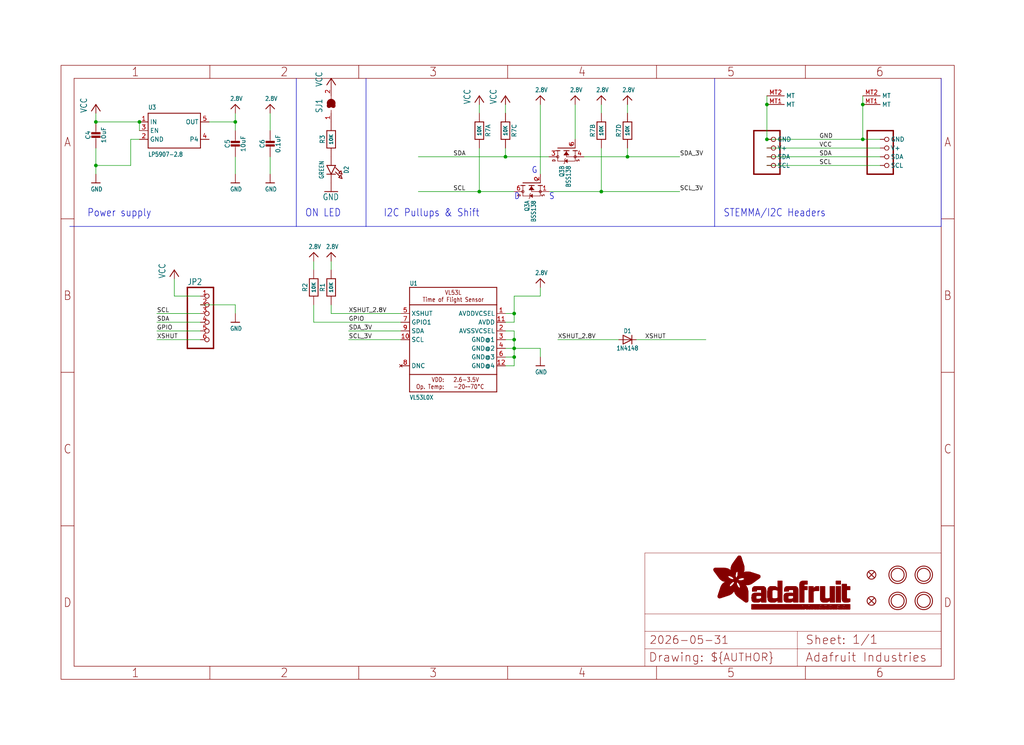
<source format=kicad_sch>
(kicad_sch (version 20230121) (generator eeschema)
  (paper "User" 298.45 217.322)
  (lib_symbols
    (symbol "working-eagle-import:2.8V" (power)
      (property "Value" "2.8V" (at -1.524 1.016 0))
      (symbol "2.8V_1_0"
        (pin power_in line (at 0 -2.54 90) (length 2.54) (name "2.8V") (number "1"))
      )
    )
    (symbol "working-eagle-import:CAP_CERAMIC0603_NO"
      (property "Reference" "C" (at -2.29 1.25 90))
      (symbol "CAP_CERAMIC0603_NO_1_0"
        (pin passive line (at 0 5.08 270) (length 2.54) (name "1") (number "1"))
        (pin passive line (at 0 -2.54 90) (length 2.54) (name "2") (number "2"))
      )
    )
    (symbol "working-eagle-import:CAP_CERAMIC0805-NOOUTLINE"
      (property "Reference" "C" (at -2.29 1.25 90))
      (symbol "CAP_CERAMIC0805-NOOUTLINE_1_0"
        (pin passive line (at 0 5.08 270) (length 2.54) (name "1") (number "1"))
        (pin passive line (at 0 -2.54 90) (length 2.54) (name "2") (number "2"))
      )
    )
    (symbol "working-eagle-import:DIODESOD-323"
      (property "Reference" "D" (at 0 2.54 0))
      (symbol "DIODESOD-323_1_0"
        (pin passive line (at -2.54 0 0) (length 2.54) (name "A") (number "A"))
        (pin passive line (at 2.54 0 180) (length 2.54) (name "C") (number "C"))
      )
    )
    (symbol "working-eagle-import:FIDUCIAL_1MM")
    (symbol "working-eagle-import:FRAME_A4_ADAFRUIT"
      (symbol "FRAME_A4_ADAFRUIT_1_0"
        (text "${#}/${##}" (at 230.505 10.16 0) (effects (font (size 2.54 2.54)) (justify left bottom)))
        (text "${AUTHOR}" (at 189.23 5.08 0) (effects (font (size 2.286 2.286)) (justify left bottom)))
        (text "${CURRENT_DATE}" (at 171.45 10.16 0) (effects (font (size 2.286 2.286)) (justify left bottom)))
        (text "${PROJECTNAME}" (at 171.45 15.24 0) (effects (font (size 2.54 2.54)) (justify left bottom)))
        (text "1" (at 21.6958 1.905 0) (effects (font (size 2.54 2.286))))
        (text "1" (at 21.6958 177.165 0) (effects (font (size 2.54 2.286))))
        (text "2" (at 65.0875 1.905 0) (effects (font (size 2.54 2.286))))
        (text "2" (at 65.0875 177.165 0) (effects (font (size 2.54 2.286))))
        (text "3" (at 108.4792 1.905 0) (effects (font (size 2.54 2.286))))
        (text "3" (at 108.4792 177.165 0) (effects (font (size 2.54 2.286))))
        (text "4" (at 151.8708 1.905 0) (effects (font (size 2.54 2.286))))
        (text "4" (at 151.8708 177.165 0) (effects (font (size 2.54 2.286))))
        (text "5" (at 195.2625 1.905 0) (effects (font (size 2.54 2.286))))
        (text "5" (at 195.2625 177.165 0) (effects (font (size 2.54 2.286))))
        (text "6" (at 238.6542 1.905 0) (effects (font (size 2.54 2.286))))
        (text "6" (at 238.6542 177.165 0) (effects (font (size 2.54 2.286))))
        (text "A" (at 1.905 156.6863 0) (effects (font (size 2.54 2.286))))
        (text "A" (at 258.445 156.6863 0) (effects (font (size 2.54 2.286))))
        (text "Adafruit Industries" (at 216.916 4.953 0) (effects (font (size 2.54 2.54)) (justify left bottom)))
        (text "B" (at 1.905 111.9188 0) (effects (font (size 2.54 2.286))))
        (text "B" (at 258.445 111.9188 0) (effects (font (size 2.54 2.286))))
        (text "C" (at 1.905 67.1513 0) (effects (font (size 2.54 2.286))))
        (text "C" (at 258.445 67.1513 0) (effects (font (size 2.54 2.286))))
        (text "D" (at 1.905 22.3838 0) (effects (font (size 2.54 2.286))))
        (text "D" (at 258.445 22.3838 0) (effects (font (size 2.54 2.286))))
        (text "Drawing:" (at 171.196 4.953 0) (effects (font (size 2.54 2.54)) (justify left bottom)))
        (text "Sheet:" (at 216.916 10.033 0) (effects (font (size 2.54 2.54)) (justify left bottom)))
      )
    )
    (symbol "working-eagle-import:GND" (power)
      (property "Value" "GND" (at -1.524 -2.54 0))
      (symbol "GND_1_0"
        (pin power_in line (at 0 2.54 270) (length 2.54) (name "GND") (number "1"))
      )
    )
    (symbol "working-eagle-import:HEADER-1X670MIL"
      (property "Reference" "JP" (at -6.35 10.795 0))
      (symbol "HEADER-1X670MIL_1_0"
        (pin passive inverted (at -2.54 7.62 0) (length 2.54) (name "1") (number "1"))
        (pin passive inverted (at -2.54 5.08 0) (length 2.54) (name "2") (number "2"))
        (pin passive inverted (at -2.54 2.54 0) (length 2.54) (name "3") (number "3"))
        (pin passive inverted (at -2.54 0 0) (length 2.54) (name "4") (number "4"))
        (pin passive inverted (at -2.54 -2.54 0) (length 2.54) (name "5") (number "5"))
        (pin passive inverted (at -2.54 -5.08 0) (length 2.54) (name "6") (number "6"))
      )
    )
    (symbol "working-eagle-import:LED0603_NOOUTLINE"
      (property "Reference" "D" (at -1.27 4.445 0))
      (symbol "LED0603_NOOUTLINE_1_0"
        (pin passive line (at -5.08 0 0) (length 2.54) (name "A") (number "A"))
        (pin passive line (at 2.54 0 180) (length 2.54) (name "C") (number "C"))
      )
    )
    (symbol "working-eagle-import:MOSFET-N_DUAL"
      (property "Reference" "Q" (at 5.08 0.635 0))
      (symbol "MOSFET-N_DUAL_1_0"
        (text "D" (at 3.175 3.175 0) (effects (font (size 0.8128 0.6908)) (justify left bottom)))
        (text "G" (at -1.27 -1.905 0) (effects (font (size 0.8128 0.6908)) (justify left bottom)))
        (text "S" (at 3.175 -3.81 0) (effects (font (size 0.8128 0.6908)) (justify left bottom)))
        (pin bidirectional line (at 2.54 -5.08 90) (length 2.54) (name "S") (number "1"))
        (pin bidirectional line (at -2.54 -2.54 0) (length 2.54) (name "G") (number "2"))
        (pin bidirectional line (at 2.54 5.08 270) (length 2.54) (name "D") (number "6"))
      )
      (symbol "MOSFET-N_DUAL_2_0"
        (text "D" (at 3.175 3.175 0) (effects (font (size 0.8128 0.6908)) (justify left bottom)))
        (text "G" (at -1.27 -1.905 0) (effects (font (size 0.8128 0.6908)) (justify left bottom)))
        (text "S" (at 3.175 -3.81 0) (effects (font (size 0.8128 0.6908)) (justify left bottom)))
        (pin bidirectional line (at 2.54 5.08 270) (length 2.54) (name "D") (number "3"))
        (pin bidirectional line (at 2.54 -5.08 90) (length 2.54) (name "S") (number "4"))
        (pin bidirectional line (at -2.54 -2.54 0) (length 2.54) (name "G") (number "5"))
      )
    )
    (symbol "working-eagle-import:MOUNTINGHOLE2.5")
    (symbol "working-eagle-import:RESISTOR_0603_NOOUT"
      (property "Reference" "R" (at 0 2.54 0))
      (symbol "RESISTOR_0603_NOOUT_1_0"
        (pin passive line (at -5.08 0 0) (length 2.54) (name "1") (number "1"))
        (pin passive line (at 5.08 0 180) (length 2.54) (name "2") (number "2"))
      )
    )
    (symbol "working-eagle-import:RESISTOR_4PACK"
      (property "Reference" "R" (at 0 2.54 0))
      (symbol "RESISTOR_4PACK_1_0"
        (pin passive line (at -5.08 0 0) (length 2.54) (name "1") (number "1"))
        (pin passive line (at 5.08 0 180) (length 2.54) (name "2") (number "8"))
      )
      (symbol "RESISTOR_4PACK_2_0"
        (pin passive line (at -5.08 0 0) (length 2.54) (name "1") (number "2"))
        (pin passive line (at 5.08 0 180) (length 2.54) (name "2") (number "7"))
      )
      (symbol "RESISTOR_4PACK_3_0"
        (pin passive line (at -5.08 0 0) (length 2.54) (name "1") (number "3"))
        (pin passive line (at 5.08 0 180) (length 2.54) (name "2") (number "6"))
      )
      (symbol "RESISTOR_4PACK_4_0"
        (pin passive line (at -5.08 0 0) (length 2.54) (name "1") (number "4"))
        (pin passive line (at 5.08 0 180) (length 2.54) (name "2") (number "5"))
      )
    )
    (symbol "working-eagle-import:SOLDERJUMPER_CLOSED"
      (property "Reference" "SJ" (at -2.54 2.54 0))
      (symbol "SOLDERJUMPER_CLOSED_1_0"
        (pin passive line (at -5.08 0 0) (length 2.54) (name "1") (number "1"))
        (pin passive line (at 5.08 0 180) (length 2.54) (name "2") (number "2"))
      )
    )
    (symbol "working-eagle-import:STEMMA_I2C_QT"
      (symbol "STEMMA_I2C_QT_1_0"
        (pin passive inverted (at 0 5.08 0) (length 2.54) (name "GND") (number "1"))
        (pin passive inverted (at 0 2.54 0) (length 2.54) (name "V+") (number "2"))
        (pin passive inverted (at 0 0 0) (length 2.54) (name "SDA") (number "3"))
        (pin passive inverted (at 0 -2.54 0) (length 2.54) (name "SCL") (number "4"))
      )
      (symbol "STEMMA_I2C_QT_2_0"
        (pin bidirectional line (at 0 0 0) (length 5.08) (name "MT") (number "MT1"))
      )
      (symbol "STEMMA_I2C_QT_3_0"
        (pin bidirectional line (at 0 0 0) (length 5.08) (name "MT") (number "MT2"))
      )
    )
    (symbol "working-eagle-import:VCC" (power)
      (property "Value" "VCC" (at -2.54 -2.54 90))
      (symbol "VCC_1_0"
        (pin power_in line (at 0 -2.54 90) (length 2.54) (name "VCC") (number "1"))
      )
    )
    (symbol "working-eagle-import:VL53L0X"
      (property "Reference" "U" (at -12.7 15.7226 0))
      (symbol "VL53L0X_1_0"
        (text "2.6-3.5V\n-20~~70°C" (at 0 -12.7 0) (effects (font (size 1.27 1.0795)) (justify left)))
        (text "VDD:\nOp. Temp:" (at -2.54 -12.7 0) (effects (font (size 1.27 1.0795)) (justify right)))
        (text "VL53L\nTime of Flight Sensor" (at 0 12.7 0) (effects (font (size 1.27 1.0795))))
        (pin power_in line (at 15.24 7.62 180) (length 2.54) (name "AVDDVCSEL") (number "1"))
        (pin open_collector line (at -15.24 0 0) (length 2.54) (name "SCL") (number "10"))
        (pin power_in line (at 15.24 5.08 180) (length 2.54) (name "AVDD") (number "11"))
        (pin power_in line (at 15.24 -7.62 180) (length 2.54) (name "GND@4") (number "12"))
        (pin power_in line (at 15.24 2.54 180) (length 2.54) (name "AVSSVCSEL") (number "2"))
        (pin power_in line (at 15.24 0 180) (length 2.54) (name "GND@1") (number "3"))
        (pin power_in line (at 15.24 -2.54 180) (length 2.54) (name "GND@2") (number "4"))
        (pin input line (at -15.24 7.62 0) (length 2.54) (name "XSHUT") (number "5"))
        (pin power_in line (at 15.24 -5.08 180) (length 2.54) (name "GND@3") (number "6"))
        (pin output line (at -15.24 5.08 0) (length 2.54) (name "GPIO1") (number "7"))
        (pin no_connect line (at -15.24 -7.62 0) (length 2.54) (name "DNC") (number "8"))
        (pin open_collector line (at -15.24 2.54 0) (length 2.54) (name "SDA") (number "9"))
      )
    )
    (symbol "working-eagle-import:VREG_SOT23-5"
      (property "Reference" "U" (at -7.62 6.096 0))
      (symbol "VREG_SOT23-5_1_0"
        (pin power_in line (at -10.16 2.54 0) (length 2.54) (name "IN") (number "1"))
        (pin power_in line (at -10.16 -2.54 0) (length 2.54) (name "GND") (number "2"))
        (pin input line (at -10.16 0 0) (length 2.54) (name "EN") (number "3"))
        (pin bidirectional line (at 10.16 -2.54 180) (length 2.54) (name "P4") (number "4"))
        (pin power_in line (at 10.16 2.54 180) (length 2.54) (name "OUT") (number "5"))
      )
    )
    (symbol "working-eagle-import:supply1_GND" (power)
      (property "Value" "supply1_GND" (at -2.54 -2.54 0))
      (symbol "supply1_GND_1_0"
        (pin power_in line (at 0 2.54 270) (length 2.54) (name "GND") (number "1"))
      )
    )
  )
  (junction (at 182.88 45.72))
  (junction (at 27.94 48.26))
  (junction (at 251.46 40.64))
  (junction (at 149.86 91.44))
  (junction (at 251.46 30.48))
  (junction (at 149.86 99.06))
  (junction (at 223.52 40.64))
  (junction (at 139.7 55.88))
  (junction (at 175.26 55.88))
  (junction (at 149.86 104.14))
  (junction (at 149.86 101.6))
  (junction (at 223.52 30.48))
  (junction (at 27.94 35.56))
  (junction (at 147.32 45.72))
  (junction (at 68.58 35.56))
  (junction (at 40.64 35.56))
  (wire (pts (xy 27.94 48.26) (xy 27.94 50.8)) (stroke (width 0.1524)))
  (wire (pts (xy 157.48 101.6) (xy 157.48 104.14)) (stroke (width 0.1524)))
  (wire (pts (xy 149.86 99.06) (xy 149.86 101.6)) (stroke (width 0.1524)))
  (wire (pts (xy 147.32 96.52) (xy 149.86 96.52)) (stroke (width 0.1524)))
  (wire (pts (xy 149.86 104.14) (xy 149.86 101.6)) (stroke (width 0.1524)))
  (wire (pts (xy 147.32 43.18) (xy 147.32 45.72)) (stroke (width 0.1524)))
  (wire (pts (xy 116.84 96.52) (xy 101.6 96.52)) (stroke (width 0.1524)))
  (wire (pts (xy 149.86 55.88) (xy 139.7 55.88)) (stroke (width 0.1524)))
  (wire (pts (xy 58.42 99.06) (xy 45.72 99.06)) (stroke (width 0.1524)))
  (wire (pts (xy 147.32 45.72) (xy 121.92 45.72)) (stroke (width 0.1524)))
  (wire (pts (xy 139.7 30.48) (xy 139.7 33.02)) (stroke (width 0.1524)))
  (polyline (pts (xy 86.36 22.86) (xy 86.36 66.04)) (stroke (width 0.1524) (type solid)))
  (wire (pts (xy 167.64 40.64) (xy 167.64 30.48)) (stroke (width 0.1524)))
  (wire (pts (xy 175.26 43.18) (xy 175.26 55.88)) (stroke (width 0.1524)))
  (wire (pts (xy 147.32 91.44) (xy 149.86 91.44)) (stroke (width 0.1524)))
  (wire (pts (xy 27.94 33.02) (xy 27.94 35.56)) (stroke (width 0.1524)))
  (wire (pts (xy 91.44 93.98) (xy 91.44 88.9)) (stroke (width 0.1524)))
  (wire (pts (xy 139.7 55.88) (xy 121.92 55.88)) (stroke (width 0.1524)))
  (wire (pts (xy 251.46 30.48) (xy 251.46 40.64)) (stroke (width 0.1524)))
  (wire (pts (xy 78.74 33.02) (xy 78.74 38.1)) (stroke (width 0.1524)))
  (wire (pts (xy 223.52 27.94) (xy 223.52 30.48)) (stroke (width 0.1524)))
  (polyline (pts (xy 208.28 66.04) (xy 274.32 66.04)) (stroke (width 0.1524) (type solid)))
  (wire (pts (xy 60.96 35.56) (xy 68.58 35.56)) (stroke (width 0.1524)))
  (wire (pts (xy 175.26 33.02) (xy 175.26 30.48)) (stroke (width 0.1524)))
  (wire (pts (xy 38.1 40.64) (xy 38.1 48.26)) (stroke (width 0.1524)))
  (polyline (pts (xy 106.68 22.86) (xy 106.68 66.04)) (stroke (width 0.1524) (type solid)))
  (wire (pts (xy 223.52 43.18) (xy 256.54 43.18)) (stroke (width 0.1524)))
  (wire (pts (xy 139.7 43.18) (xy 139.7 55.88)) (stroke (width 0.1524)))
  (wire (pts (xy 149.86 96.52) (xy 149.86 99.06)) (stroke (width 0.1524)))
  (wire (pts (xy 96.52 91.44) (xy 96.52 88.9)) (stroke (width 0.1524)))
  (wire (pts (xy 160.02 55.88) (xy 175.26 55.88)) (stroke (width 0.1524)))
  (wire (pts (xy 116.84 91.44) (xy 96.52 91.44)) (stroke (width 0.1524)))
  (wire (pts (xy 147.32 101.6) (xy 149.86 101.6)) (stroke (width 0.1524)))
  (wire (pts (xy 147.32 99.06) (xy 149.86 99.06)) (stroke (width 0.1524)))
  (wire (pts (xy 256.54 40.64) (xy 251.46 40.64)) (stroke (width 0.1524)))
  (wire (pts (xy 180.34 99.06) (xy 162.56 99.06)) (stroke (width 0.1524)))
  (wire (pts (xy 149.86 106.68) (xy 149.86 104.14)) (stroke (width 0.1524)))
  (wire (pts (xy 27.94 48.26) (xy 27.94 43.18)) (stroke (width 0.1524)))
  (wire (pts (xy 175.26 55.88) (xy 198.12 55.88)) (stroke (width 0.1524)))
  (wire (pts (xy 58.42 96.52) (xy 45.72 96.52)) (stroke (width 0.1524)))
  (wire (pts (xy 38.1 48.26) (xy 27.94 48.26)) (stroke (width 0.1524)))
  (wire (pts (xy 182.88 45.72) (xy 198.12 45.72)) (stroke (width 0.1524)))
  (wire (pts (xy 149.86 91.44) (xy 149.86 86.36)) (stroke (width 0.1524)))
  (wire (pts (xy 223.52 30.48) (xy 223.52 40.64)) (stroke (width 0.1524)))
  (wire (pts (xy 50.8 86.36) (xy 50.8 81.28)) (stroke (width 0.1524)))
  (wire (pts (xy 40.64 35.56) (xy 27.94 35.56)) (stroke (width 0.1524)))
  (wire (pts (xy 40.64 40.64) (xy 38.1 40.64)) (stroke (width 0.1524)))
  (wire (pts (xy 205.74 99.06) (xy 185.42 99.06)) (stroke (width 0.1524)))
  (wire (pts (xy 58.42 88.9) (xy 68.58 88.9)) (stroke (width 0.1524)))
  (wire (pts (xy 157.48 86.36) (xy 157.48 83.82)) (stroke (width 0.1524)))
  (polyline (pts (xy 106.68 66.04) (xy 208.28 66.04)) (stroke (width 0.1524) (type solid)))
  (polyline (pts (xy 274.32 22.86) (xy 274.32 66.04)) (stroke (width 0.1524) (type solid)))
  (wire (pts (xy 116.84 93.98) (xy 91.44 93.98)) (stroke (width 0.1524)))
  (wire (pts (xy 147.32 106.68) (xy 149.86 106.68)) (stroke (width 0.1524)))
  (wire (pts (xy 40.64 38.1) (xy 40.64 35.56)) (stroke (width 0.1524)))
  (wire (pts (xy 58.42 91.44) (xy 45.72 91.44)) (stroke (width 0.1524)))
  (wire (pts (xy 116.84 99.06) (xy 101.6 99.06)) (stroke (width 0.1524)))
  (wire (pts (xy 58.42 86.36) (xy 50.8 86.36)) (stroke (width 0.1524)))
  (wire (pts (xy 147.32 33.02) (xy 147.32 30.48)) (stroke (width 0.1524)))
  (wire (pts (xy 68.58 45.72) (xy 68.58 50.8)) (stroke (width 0.1524)))
  (wire (pts (xy 149.86 86.36) (xy 157.48 86.36)) (stroke (width 0.1524)))
  (wire (pts (xy 68.58 88.9) (xy 68.58 91.44)) (stroke (width 0.1524)))
  (polyline (pts (xy 208.28 22.86) (xy 208.28 66.04)) (stroke (width 0.1524) (type solid)))
  (wire (pts (xy 251.46 40.64) (xy 223.52 40.64)) (stroke (width 0.1524)))
  (wire (pts (xy 223.52 48.26) (xy 256.54 48.26)) (stroke (width 0.1524)))
  (wire (pts (xy 182.88 43.18) (xy 182.88 45.72)) (stroke (width 0.1524)))
  (wire (pts (xy 147.32 93.98) (xy 149.86 93.98)) (stroke (width 0.1524)))
  (wire (pts (xy 251.46 27.94) (xy 251.46 30.48)) (stroke (width 0.1524)))
  (wire (pts (xy 96.52 78.74) (xy 96.52 76.2)) (stroke (width 0.1524)))
  (wire (pts (xy 149.86 101.6) (xy 157.48 101.6)) (stroke (width 0.1524)))
  (polyline (pts (xy 86.36 66.04) (xy 106.68 66.04)) (stroke (width 0.1524) (type solid)))
  (wire (pts (xy 170.18 45.72) (xy 182.88 45.72)) (stroke (width 0.1524)))
  (wire (pts (xy 157.48 50.8) (xy 157.48 30.48)) (stroke (width 0.1524)))
  (wire (pts (xy 91.44 78.74) (xy 91.44 76.2)) (stroke (width 0.1524)))
  (wire (pts (xy 160.02 45.72) (xy 147.32 45.72)) (stroke (width 0.1524)))
  (wire (pts (xy 58.42 93.98) (xy 45.72 93.98)) (stroke (width 0.1524)))
  (wire (pts (xy 147.32 104.14) (xy 149.86 104.14)) (stroke (width 0.1524)))
  (wire (pts (xy 68.58 35.56) (xy 68.58 38.1)) (stroke (width 0.1524)))
  (wire (pts (xy 78.74 45.72) (xy 78.74 50.8)) (stroke (width 0.1524)))
  (polyline (pts (xy 20.32 66.04) (xy 86.36 66.04)) (stroke (width 0.1524) (type solid)))
  (wire (pts (xy 68.58 35.56) (xy 68.58 33.02)) (stroke (width 0.1524)))
  (wire (pts (xy 256.54 45.72) (xy 223.52 45.72)) (stroke (width 0.1524)))
  (wire (pts (xy 182.88 33.02) (xy 182.88 30.48)) (stroke (width 0.1524)))
  (wire (pts (xy 149.86 93.98) (xy 149.86 91.44)) (stroke (width 0.1524)))
  (text "D" (at 149.86 58.42 0) (effects (font (size 1.778 1.5113)) (justify left bottom)))
  (text "Power supply" (at 25.4 63.5 0) (effects (font (size 2.1844 1.8567)) (justify left bottom)))
  (text "G" (at 154.94 50.8 0) (effects (font (size 1.778 1.5113)) (justify left bottom)))
  (text "I2C Pullups & Shift" (at 111.76 63.5 0) (effects (font (size 2.1844 1.8567)) (justify left bottom)))
  (text "S" (at 160.02 58.42 0) (effects (font (size 1.778 1.5113)) (justify left bottom)))
  (text "STEMMA/I2C Headers" (at 210.82 63.5 0) (effects (font (size 2.1844 1.8567)) (justify left bottom)))
  (text "ON LED" (at 88.9 63.5 0) (effects (font (size 2.1844 1.8567)) (justify left bottom)))
  (label "XSHUT" (at 45.72 99.06 0) (effects (font (size 1.2446 1.2446))))
  (label "XSHUT_2.8V" (at 101.6 91.44 0) (effects (font (size 1.2446 1.2446))))
  (label "SDA_3V" (at 198.12 45.72 0) (effects (font (size 1.2446 1.2446))))
  (label "SDA" (at 132.08 45.72 0) (effects (font (size 1.2446 1.2446))))
  (label "SDA_3V" (at 101.6 96.52 0) (effects (font (size 1.2446 1.2446))))
  (label "GPIO" (at 45.72 96.52 0) (effects (font (size 1.2446 1.2446))))
  (label "XSHUT_2.8V" (at 162.56 99.06 0) (effects (font (size 1.2446 1.2446))))
  (label "SDA" (at 45.72 93.98 0) (effects (font (size 1.2446 1.2446))))
  (label "GPIO" (at 101.6 93.98 0) (effects (font (size 1.2446 1.2446))))
  (label "SCL" (at 132.08 55.88 0) (effects (font (size 1.2446 1.2446))))
  (label "SCL" (at 45.72 91.44 0) (effects (font (size 1.2446 1.2446))))
  (label "XSHUT" (at 187.96 99.06 0) (effects (font (size 1.2446 1.2446))))
  (label "SCL_3V" (at 198.12 55.88 0) (effects (font (size 1.2446 1.2446))))
  (label "GND" (at 238.76 40.64 0) (effects (font (size 1.2446 1.2446))))
  (label "SCL_3V" (at 101.6 99.06 0) (effects (font (size 1.2446 1.2446))))
  (label "VCC" (at 238.76 43.18 0) (effects (font (size 1.2446 1.2446))))
  (label "SCL" (at 238.76 48.26 0) (effects (font (size 1.2446 1.2446))))
  (label "SDA" (at 238.76 45.72 0) (effects (font (size 1.2446 1.2446))))
  (symbol (lib_id "working-eagle-import:MOSFET-N_DUAL") (at 165.1 43.18 90) (mirror x) (unit 2)
    (property "Reference" "Q3" (at 164.465 48.26 0) (effects (font (size 1.27 1.0795)) (justify left bottom)))
    (property "Value" "BSS138" (at 166.37 48.26 0) (effects (font (size 1.27 1.0795)) (justify left bottom)))
    (property "Footprint" "working:SOT363" (effects hide))
  )
  (symbol (lib_id "working-eagle-import:RESISTOR_0603_NOOUT") (at 96.52 40.64 90) (unit 1)
    (property "Reference" "R3" (at 93.98 40.64 0))
    (property "Value" "10K" (at 96.52 40.64 0) (effects (font (size 1.016 1.016) bold)))
    (property "Footprint" "working:0603-NO" (effects hide))
  )
  (symbol (lib_id "working-eagle-import:2.8V") (at 68.58 30.48 0) (unit 1)
    (property "Reference" "#U$23" (effects hide))
    (property "Value" "2.8V" (at 67.056 29.464 0) (effects (font (size 1.27 1.0795)) (justify left bottom)))
  )
  (symbol (lib_id "working-eagle-import:STEMMA_I2C_QT") (at 251.46 30.48 0) (unit 2)
    (property "Reference" "CONN4" (effects hide))
    (property "Value" "STEMMA_I2C_QT" (effects hide))
    (property "Footprint" "working:JST_SH4" (effects hide))
  )
  (symbol (lib_id "working-eagle-import:CAP_CERAMIC0805-NOOUTLINE") (at 27.94 40.64 0) (unit 1)
    (property "Reference" "C4" (at 25.65 39.39 90))
    (property "Value" "10uF" (at 30.24 39.39 90))
    (property "Footprint" "working:0805-NO" (effects hide))
  )
  (symbol (lib_id "working-eagle-import:SOLDERJUMPER_CLOSED") (at 96.52 30.48 90) (unit 1)
    (property "Reference" "SJ1" (at 93.98 33.02 0) (effects (font (size 1.778 1.5113)) (justify left bottom)))
    (property "Value" "SOLDERJUMPER_CLOSED" (effects hide))
    (property "Footprint" "working:SOLDERJUMPER_CLOSEDWIRE" (effects hide))
  )
  (symbol (lib_id "working-eagle-import:STEMMA_I2C_QT") (at 223.52 45.72 0) (unit 1)
    (property "Reference" "CONN3" (effects hide))
    (property "Value" "STEMMA_I2C_QT" (effects hide))
    (property "Footprint" "working:JST_SH4" (effects hide))
  )
  (symbol (lib_id "working-eagle-import:STEMMA_I2C_QT") (at 223.52 30.48 0) (unit 2)
    (property "Reference" "CONN3" (effects hide))
    (property "Value" "STEMMA_I2C_QT" (effects hide))
    (property "Footprint" "working:JST_SH4" (effects hide))
  )
  (symbol (lib_id "working-eagle-import:CAP_CERAMIC0805-NOOUTLINE") (at 68.58 43.18 0) (unit 1)
    (property "Reference" "C5" (at 66.29 41.93 90))
    (property "Value" "10uF" (at 70.88 41.93 90))
    (property "Footprint" "working:0805-NO" (effects hide))
  )
  (symbol (lib_id "working-eagle-import:VL53L0X") (at 132.08 99.06 0) (unit 1)
    (property "Reference" "U1" (at 119.38 83.3374 0) (effects (font (size 1.27 1.0795)) (justify left bottom)))
    (property "Value" "VL53L0X" (at 119.38 116.6114 0) (effects (font (size 1.27 1.0795)) (justify left bottom)))
    (property "Footprint" "working:LGA12_ST" (effects hide))
  )
  (symbol (lib_id "working-eagle-import:VCC") (at 139.7 27.94 0) (unit 1)
    (property "Reference" "#P+1" (effects hide))
    (property "Value" "VCC" (at 137.16 30.48 90) (effects (font (size 1.778 1.5113)) (justify left bottom)))
  )
  (symbol (lib_id "working-eagle-import:RESISTOR_0603_NOOUT") (at 91.44 83.82 90) (unit 1)
    (property "Reference" "R2" (at 88.9 83.82 0))
    (property "Value" "10K" (at 91.44 83.82 0) (effects (font (size 1.016 1.016) bold)))
    (property "Footprint" "working:0603-NO" (effects hide))
  )
  (symbol (lib_id "working-eagle-import:2.8V") (at 175.26 27.94 0) (unit 1)
    (property "Reference" "#U$26" (effects hide))
    (property "Value" "2.8V" (at 173.736 26.924 0) (effects (font (size 1.27 1.0795)) (justify left bottom)))
  )
  (symbol (lib_id "working-eagle-import:2.8V") (at 157.48 27.94 0) (unit 1)
    (property "Reference" "#U$24" (effects hide))
    (property "Value" "2.8V" (at 155.956 26.924 0) (effects (font (size 1.27 1.0795)) (justify left bottom)))
  )
  (symbol (lib_id "working-eagle-import:CAP_CERAMIC0603_NO") (at 78.74 43.18 0) (unit 1)
    (property "Reference" "C6" (at 76.45 41.93 90))
    (property "Value" "0.1uF" (at 81.04 41.93 90))
    (property "Footprint" "working:0603-NO" (effects hide))
  )
  (symbol (lib_id "working-eagle-import:VCC") (at 96.52 22.86 0) (unit 1)
    (property "Reference" "#P+5" (effects hide))
    (property "Value" "VCC" (at 93.98 25.4 90) (effects (font (size 1.778 1.5113)) (justify left bottom)))
  )
  (symbol (lib_id "working-eagle-import:STEMMA_I2C_QT") (at 256.54 45.72 0) (unit 1)
    (property "Reference" "CONN4" (effects hide))
    (property "Value" "STEMMA_I2C_QT" (effects hide))
    (property "Footprint" "working:JST_SH4" (effects hide))
  )
  (symbol (lib_id "working-eagle-import:RESISTOR_0603_NOOUT") (at 96.52 83.82 90) (unit 1)
    (property "Reference" "R1" (at 93.98 83.82 0))
    (property "Value" "10K" (at 96.52 83.82 0) (effects (font (size 1.016 1.016) bold)))
    (property "Footprint" "working:0603-NO" (effects hide))
  )
  (symbol (lib_id "working-eagle-import:DIODESOD-323") (at 182.88 99.06 0) (unit 1)
    (property "Reference" "D1" (at 182.88 96.52 0) (effects (font (size 1.27 1.0795))))
    (property "Value" "1N4148" (at 182.88 101.56 0) (effects (font (size 1.27 1.0795))))
    (property "Footprint" "working:SOD-323" (effects hide))
  )
  (symbol (lib_id "working-eagle-import:LED0603_NOOUTLINE") (at 96.52 50.8 270) (unit 1)
    (property "Reference" "D2" (at 100.965 49.53 0) (effects (font (size 1.27 1.0795))))
    (property "Value" "GREEN" (at 93.726 49.53 0) (effects (font (size 1.27 1.0795))))
    (property "Footprint" "working:CHIPLED_0603_NOOUTLINE" (effects hide))
  )
  (symbol (lib_id "working-eagle-import:STEMMA_I2C_QT") (at 251.46 27.94 0) (unit 3)
    (property "Reference" "CONN4" (effects hide))
    (property "Value" "STEMMA_I2C_QT" (effects hide))
    (property "Footprint" "working:JST_SH4" (effects hide))
  )
  (symbol (lib_id "working-eagle-import:RESISTOR_4PACK") (at 182.88 38.1 90) (mirror x) (unit 4)
    (property "Reference" "R7" (at 180.34 38.1 0))
    (property "Value" "10K" (at 182.88 38.1 0) (effects (font (size 1.016 1.016) bold)))
    (property "Footprint" "working:RESPACK_4X0603" (effects hide))
  )
  (symbol (lib_id "working-eagle-import:GND") (at 68.58 93.98 0) (unit 1)
    (property "Reference" "#U$22" (effects hide))
    (property "Value" "GND" (at 67.056 96.52 0) (effects (font (size 1.27 1.0795)) (justify left bottom)))
  )
  (symbol (lib_id "working-eagle-import:MOUNTINGHOLE2.5") (at 269.24 175.26 0) (unit 1)
    (property "Reference" "U$34" (effects hide))
    (property "Value" "MOUNTINGHOLE2.5" (effects hide))
    (property "Footprint" "working:MOUNTINGHOLE_2.5_PLATED" (effects hide))
  )
  (symbol (lib_id "working-eagle-import:2.8V") (at 167.64 27.94 0) (unit 1)
    (property "Reference" "#U$25" (effects hide))
    (property "Value" "2.8V" (at 166.116 26.924 0) (effects (font (size 1.27 1.0795)) (justify left bottom)))
  )
  (symbol (lib_id "working-eagle-import:MOUNTINGHOLE2.5") (at 261.62 167.64 0) (unit 1)
    (property "Reference" "U$31" (effects hide))
    (property "Value" "MOUNTINGHOLE2.5" (effects hide))
    (property "Footprint" "working:MOUNTINGHOLE_2.5_PLATED" (effects hide))
  )
  (symbol (lib_id "working-eagle-import:2.8V") (at 157.48 81.28 0) (unit 1)
    (property "Reference" "#U$16" (effects hide))
    (property "Value" "2.8V" (at 155.956 80.264 0) (effects (font (size 1.27 1.0795)) (justify left bottom)))
  )
  (symbol (lib_id "working-eagle-import:RESISTOR_4PACK") (at 147.32 38.1 270) (unit 3)
    (property "Reference" "R7" (at 149.86 38.1 0))
    (property "Value" "10K" (at 147.32 38.1 0) (effects (font (size 1.016 1.016) bold)))
    (property "Footprint" "working:RESPACK_4X0603" (effects hide))
  )
  (symbol (lib_id "working-eagle-import:MOSFET-N_DUAL") (at 154.94 53.34 90) (mirror x) (unit 1)
    (property "Reference" "Q3" (at 154.305 58.42 0) (effects (font (size 1.27 1.0795)) (justify left bottom)))
    (property "Value" "BSS138" (at 156.21 58.42 0) (effects (font (size 1.27 1.0795)) (justify left bottom)))
    (property "Footprint" "working:SOT363" (effects hide))
  )
  (symbol (lib_id "working-eagle-import:FRAME_A4_ADAFRUIT") (at 17.78 198.12 0) (unit 1)
    (property "Reference" "#U$32" (effects hide))
    (property "Value" "FRAME_A4_ADAFRUIT" (effects hide))
  )
  (symbol (lib_id "working-eagle-import:MOUNTINGHOLE2.5") (at 269.24 167.64 0) (unit 1)
    (property "Reference" "U$33" (effects hide))
    (property "Value" "MOUNTINGHOLE2.5" (effects hide))
    (property "Footprint" "working:MOUNTINGHOLE_2.5_PLATED" (effects hide))
  )
  (symbol (lib_id "working-eagle-import:HEADER-1X670MIL") (at 60.96 93.98 0) (unit 1)
    (property "Reference" "JP2" (at 54.61 83.185 0) (effects (font (size 1.778 1.5113)) (justify left bottom)))
    (property "Value" "HEADER-1X670MIL" (effects hide))
    (property "Footprint" "working:1X06_ROUND_70" (effects hide))
  )
  (symbol (lib_id "working-eagle-import:VCC") (at 50.8 78.74 0) (unit 1)
    (property "Reference" "#P+4" (effects hide))
    (property "Value" "VCC" (at 48.26 81.28 90) (effects (font (size 1.778 1.5113)) (justify left bottom)))
  )
  (symbol (lib_id "working-eagle-import:GND") (at 27.94 53.34 0) (unit 1)
    (property "Reference" "#U$19" (effects hide))
    (property "Value" "GND" (at 26.416 55.88 0) (effects (font (size 1.27 1.0795)) (justify left bottom)))
  )
  (symbol (lib_id "working-eagle-import:2.8V") (at 78.74 30.48 0) (unit 1)
    (property "Reference" "#U$40" (effects hide))
    (property "Value" "2.8V" (at 77.216 29.464 0) (effects (font (size 1.27 1.0795)) (justify left bottom)))
  )
  (symbol (lib_id "working-eagle-import:GND") (at 157.48 106.68 0) (unit 1)
    (property "Reference" "#U$4" (effects hide))
    (property "Value" "GND" (at 155.956 109.22 0) (effects (font (size 1.27 1.0795)) (justify left bottom)))
  )
  (symbol (lib_id "working-eagle-import:RESISTOR_4PACK") (at 139.7 38.1 270) (unit 1)
    (property "Reference" "R7" (at 142.24 38.1 0))
    (property "Value" "10K" (at 139.7 38.1 0) (effects (font (size 1.016 1.016) bold)))
    (property "Footprint" "working:RESPACK_4X0603" (effects hide))
  )
  (symbol (lib_id "working-eagle-import:GND") (at 68.58 53.34 0) (unit 1)
    (property "Reference" "#U$20" (effects hide))
    (property "Value" "GND" (at 67.056 55.88 0) (effects (font (size 1.27 1.0795)) (justify left bottom)))
  )
  (symbol (lib_id "working-eagle-import:GND") (at 78.74 53.34 0) (unit 1)
    (property "Reference" "#U$21" (effects hide))
    (property "Value" "GND" (at 77.216 55.88 0) (effects (font (size 1.27 1.0795)) (justify left bottom)))
  )
  (symbol (lib_id "working-eagle-import:VCC") (at 27.94 30.48 0) (unit 1)
    (property "Reference" "#P+3" (effects hide))
    (property "Value" "VCC" (at 25.4 33.02 90) (effects (font (size 1.778 1.5113)) (justify left bottom)))
  )
  (symbol (lib_id "working-eagle-import:2.8V") (at 182.88 27.94 0) (unit 1)
    (property "Reference" "#U$27" (effects hide))
    (property "Value" "2.8V" (at 181.356 26.924 0) (effects (font (size 1.27 1.0795)) (justify left bottom)))
  )
  (symbol (lib_id "working-eagle-import:STEMMA_I2C_QT") (at 223.52 27.94 0) (unit 3)
    (property "Reference" "CONN3" (effects hide))
    (property "Value" "STEMMA_I2C_QT" (effects hide))
    (property "Footprint" "working:JST_SH4" (effects hide))
  )
  (symbol (lib_id "working-eagle-import:MOUNTINGHOLE2.5") (at 261.62 175.26 0) (unit 1)
    (property "Reference" "U$30" (effects hide))
    (property "Value" "MOUNTINGHOLE2.5" (effects hide))
    (property "Footprint" "working:MOUNTINGHOLE_2.5_PLATED" (effects hide))
  )
  (symbol (lib_id "working-eagle-import:RESISTOR_4PACK") (at 175.26 38.1 90) (mirror x) (unit 2)
    (property "Reference" "R7" (at 172.72 38.1 0))
    (property "Value" "10K" (at 175.26 38.1 0) (effects (font (size 1.016 1.016) bold)))
    (property "Footprint" "working:RESPACK_4X0603" (effects hide))
  )
  (symbol (lib_id "working-eagle-import:VCC") (at 147.32 27.94 0) (unit 1)
    (property "Reference" "#P+2" (effects hide))
    (property "Value" "VCC" (at 144.78 30.48 90) (effects (font (size 1.778 1.5113)) (justify left bottom)))
  )
  (symbol (lib_id "working-eagle-import:2.8V") (at 91.44 73.66 0) (unit 1)
    (property "Reference" "#U$9" (effects hide))
    (property "Value" "2.8V" (at 89.916 72.644 0) (effects (font (size 1.27 1.0795)) (justify left bottom)))
  )
  (symbol (lib_id "working-eagle-import:VREG_SOT23-5") (at 50.8 38.1 0) (unit 1)
    (property "Reference" "U3" (at 43.18 32.004 0) (effects (font (size 1.27 1.0795)) (justify left bottom)))
    (property "Value" "LP5907-2.8" (at 43.18 45.72 0) (effects (font (size 1.27 1.0795)) (justify left bottom)))
    (property "Footprint" "working:SOT23-5" (effects hide))
  )
  (symbol (lib_id "working-eagle-import:2.8V") (at 96.52 73.66 0) (unit 1)
    (property "Reference" "#U$10" (effects hide))
    (property "Value" "2.8V" (at 94.996 72.644 0) (effects (font (size 1.27 1.0795)) (justify left bottom)))
  )
  (symbol (lib_id "working-eagle-import:FIDUCIAL_1MM") (at 254 167.64 0) (unit 1)
    (property "Reference" "FID4" (effects hide))
    (property "Value" "FIDUCIAL_1MM" (effects hide))
    (property "Footprint" "working:FIDUCIAL_1MM" (effects hide))
  )
  (symbol (lib_id "working-eagle-import:FIDUCIAL_1MM") (at 254 175.26 0) (unit 1)
    (property "Reference" "FID1" (effects hide))
    (property "Value" "FIDUCIAL_1MM" (effects hide))
    (property "Footprint" "working:FIDUCIAL_1MM" (effects hide))
  )
  (symbol (lib_id "working-eagle-import:supply1_GND") (at 96.52 55.88 0) (unit 1)
    (property "Reference" "#GND6" (effects hide))
    (property "Value" "GND" (at 93.98 58.42 0) (effects (font (size 1.778 1.5113)) (justify left bottom)))
  )
)
</source>
